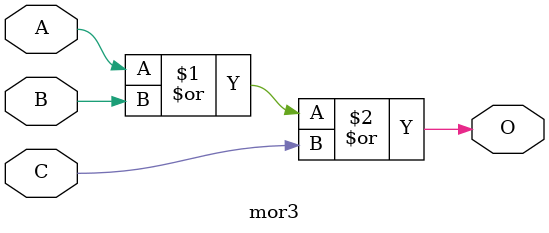
<source format=v>
`timescale 1ps/1ps

module mor3(O,A,B,C);
  input A,B,C;
  output O;
  assign #170 O=A|B|C;
endmodule

</source>
